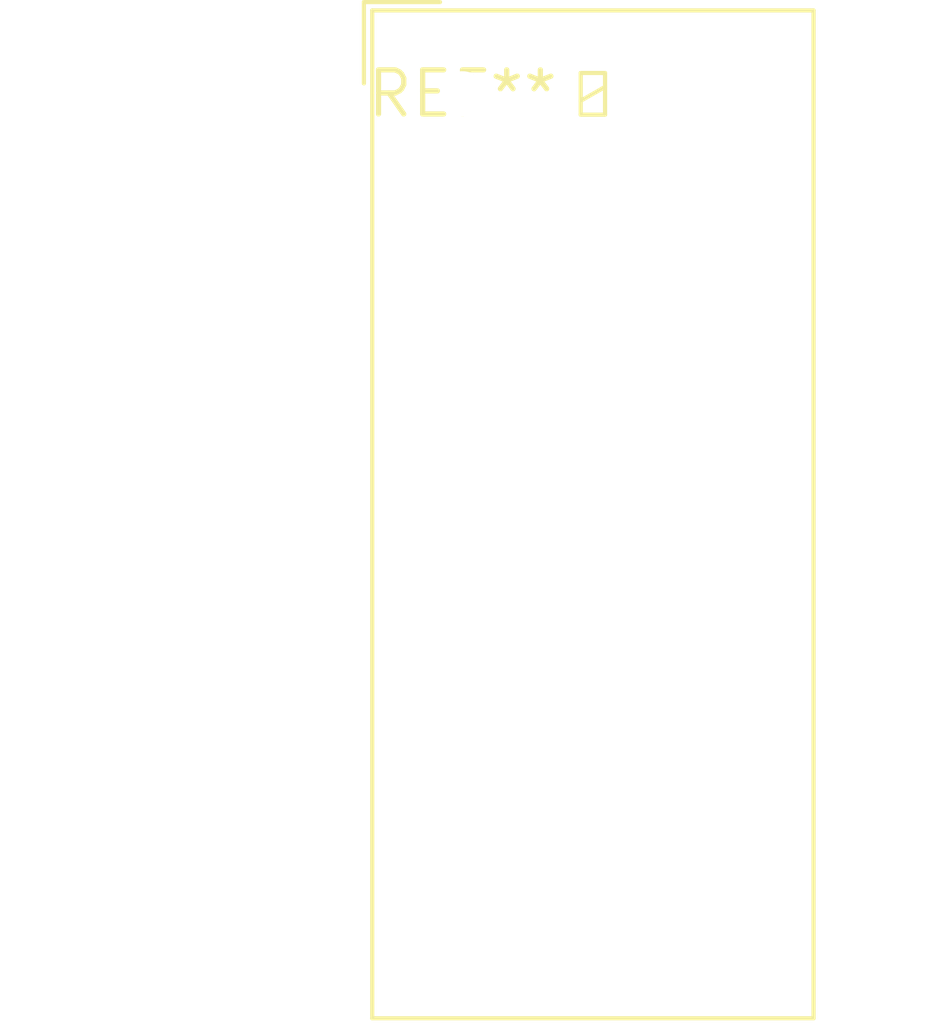
<source format=kicad_pcb>
(kicad_pcb (version 20240108) (generator pcbnew)
  (layers (0 "F.Cu" signal) (31 "B.Cu" signal) (34 "B.Paste" user) (35 "F.Paste" user) (36 "B.SilkS" user "B.Silkscreen") (37 "F.SilkS" user "F.Silkscreen") (38 "B.Mask" user) (39 "F.Mask" user) (44 "Edge.Cuts" user))
  (net 0 "")
  (footprint "Relay_SPDT_Omron_G2RL-1" (layer "F.Cu") (at 0 0)
    (property "Reference" "REF**")
    (property "Value" "Relay_SPDT_Omron_G2RL-1")
    (fp_line (start -2.84 -2.64) (end -0.65 -2.64) (layer "F.SilkS") (stroke (width 0.12)))
    (fp_line (start -2.84 -0.3) (end -2.84 -2.64) (layer "F.SilkS") (stroke (width 0.12)))
    (fp_line (start -2.6 -2.4) (end -2.6 26.6) (layer "F.SilkS") (stroke (width 0.12)))
    (fp_line (start -2.6 26.6) (end 10.1 26.6) (layer "F.SilkS") (stroke (width 0.12)))
    (fp_line (start 3.4 -0.6) (end 3.4 0.6) (layer "F.SilkS") (stroke (width 0.12)))
    (fp_line (start 3.4 0.2) (end 4.1 -0.2) (layer "F.SilkS") (stroke (width 0.12)))
    (fp_line (start 3.4 0.6) (end 4.1 0.6) (layer "F.SilkS") (stroke (width 0.12)))
    (fp_line (start 4.1 -0.6) (end 3.4 -0.6) (layer "F.SilkS") (stroke (width 0.12)))
    (fp_line (start 4.1 0.6) (end 4.1 -0.6) (layer "F.SilkS") (stroke (width 0.12)))
    (fp_line (start 10.1 -2.4) (end -2.6 -2.4) (layer "F.SilkS") (stroke (width 0.12)))
    (fp_line (start 10.1 26.6) (end 10.1 -2.4) (layer "F.SilkS") (stroke (width 0.12)))
    (pad "11" thru_hole circle (at 7.5 20) (size 2 2) (drill 1.3) (layers *.Cu *.Mask) (remove_unused_layers))
    (pad "12" thru_hole circle (at 0 16.5) (size 2 2) (drill 1.3) (layers *.Cu *.Mask) (remove_unused_layers))
    (pad "14" thru_hole circle (at 0 23.5) (size 2 2) (drill 1.3) (layers *.Cu *.Mask) (remove_unused_layers))
    (pad "A1" thru_hole rect (at 0 0) (size 2 2) (drill 1.3) (layers *.Cu *.Mask) (remove_unused_layers))
    (pad "A2" thru_hole circle (at 7.5 0) (size 2 2) (drill 1.3) (layers *.Cu *.Mask) (remove_unused_layers))
  )
)
</source>
